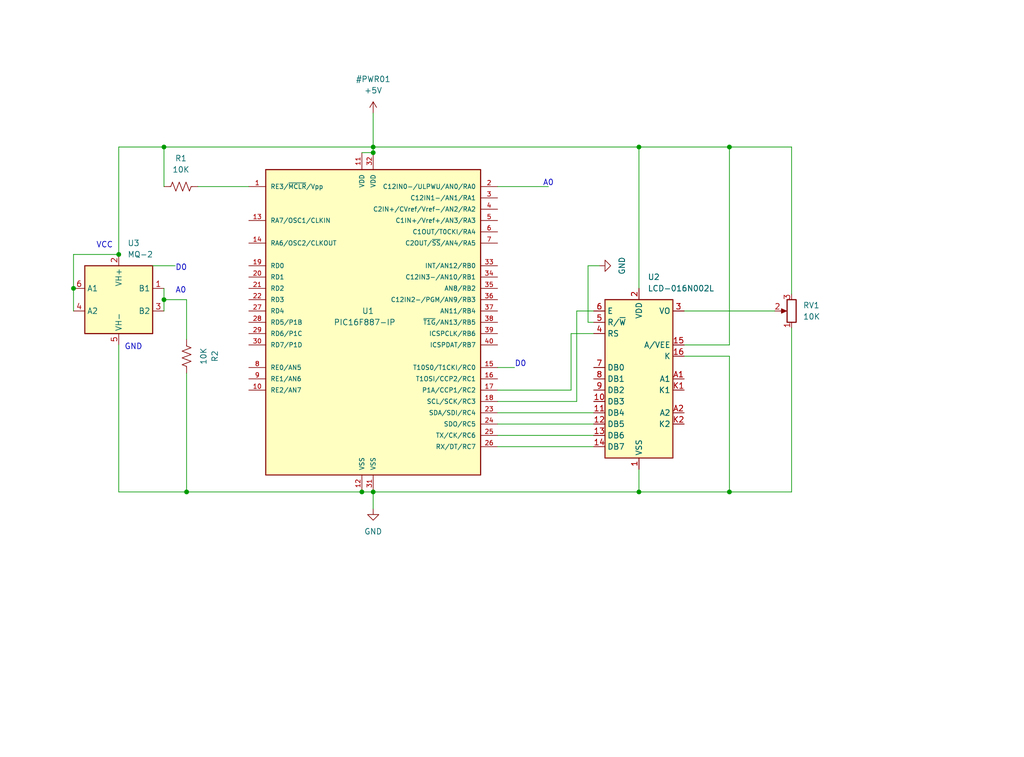
<source format=kicad_sch>
(kicad_sch (version 20230121) (generator eeschema)
  (paper "User" 229.997 170.002)
  (title_block (title "PIC16F887 with MQ-2 GAS SENSOR  and LCD16x2") (company "Ricardo Lima Caratti"))
  (lib_symbols
    (symbol "Device:R_Potentiometer" (pin_names (offset 1.016) hide)
      (property "Reference" "RV" (at -4.445 0 90))
      (property "Value" "R_Potentiometer" (at -2.54 0 90))
      (symbol "R_Potentiometer_0_1"
        (polyline (pts (xy 2.54 0) (xy 1.524 0)))
        (polyline (pts (xy 1.143 0) (xy 2.286 0.508) (xy 2.286 -0.508) (xy 1.143 0)) (fill (type outline)))
        (rectangle (start 1.016 2.54) (end -1.016 -2.54) (stroke (width 0.254)))
      )
      (symbol "R_Potentiometer_1_1"
        (pin passive line (at 0 3.81 270) (length 1.27) (name "1") (number "1"))
        (pin passive line (at 3.81 0 180) (length 1.27) (name "2") (number "2"))
        (pin passive line (at 0 -3.81 90) (length 1.27) (name "3") (number "3"))
      )
    )
    (symbol "Device:R_US" (pin_numbers hide) (pin_names (offset 0))
      (property "Reference" "R" (at 2.54 0 90))
      (property "Value" "R_US" (at -2.54 0 90))
      (symbol "R_US_0_1"
        (polyline (pts (xy 0 -2.286) (xy 0 -2.54)))
        (polyline (pts (xy 0 2.286) (xy 0 2.54)))
        (polyline (pts (xy 0 -0.762) (xy 1.016 -1.143) (xy 0 -1.524) (xy -1.016 -1.905) (xy 0 -2.286)))
        (polyline (pts (xy 0 0.762) (xy 1.016 0.381) (xy 0 0) (xy -1.016 -0.381) (xy 0 -0.762)))
        (polyline (pts (xy 0 2.286) (xy 1.016 1.905) (xy 0 1.524) (xy -1.016 1.143) (xy 0 0.762)))
      )
      (symbol "R_US_1_1"
        (pin passive line (at 0 3.81 270) (length 1.27) (name "~") (number "1"))
        (pin passive line (at 0 -3.81 90) (length 1.27) (name "~") (number "2"))
      )
    )
    (symbol "Display_Character:LCD-016N002L"
      (property "Reference" "U" (at -6.35 18.796 0))
      (property "Value" "LCD-016N002L" (at 8.636 18.796 0))
      (symbol "LCD-016N002L_1_1"
        (rectangle (start -7.62 17.78) (end 7.62 -17.78) (stroke (width 0.254)) (fill (type background)))
        (pin power_in line (at 0 -20.32 90) (length 2.54) (name "VSS") (number "1"))
        (pin bidirectional line (at -10.16 -5.08 0) (length 2.54) (name "DB3") (number "10"))
        (pin bidirectional line (at -10.16 -7.62 0) (length 2.54) (name "DB4") (number "11"))
        (pin bidirectional line (at -10.16 -10.16 0) (length 2.54) (name "DB5") (number "12"))
        (pin bidirectional line (at -10.16 -12.7 0) (length 2.54) (name "DB6") (number "13"))
        (pin bidirectional line (at -10.16 -15.24 0) (length 2.54) (name "DB7") (number "14"))
        (pin power_in line (at 10.16 7.62 180) (length 2.54) (name "A/VEE") (number "15"))
        (pin power_in line (at 10.16 5.08 180) (length 2.54) (name "K") (number "16"))
        (pin power_in line (at 0 20.32 270) (length 2.54) (name "VDD") (number "2"))
        (pin input line (at 10.16 15.24 180) (length 2.54) (name "VO") (number "3"))
        (pin input line (at -10.16 10.16 0) (length 2.54) (name "RS") (number "4"))
        (pin input line (at -10.16 12.7 0) (length 2.54) (name "R/~{W}") (number "5"))
        (pin input line (at -10.16 15.24 0) (length 2.54) (name "E") (number "6"))
        (pin bidirectional line (at -10.16 2.54 0) (length 2.54) (name "DB0") (number "7"))
        (pin bidirectional line (at -10.16 0 0) (length 2.54) (name "DB1") (number "8"))
        (pin bidirectional line (at -10.16 -2.54 0) (length 2.54) (name "DB2") (number "9"))
        (pin power_in line (at 10.16 0 180) (length 2.54) (name "A1") (number "A1"))
        (pin power_in line (at 10.16 -7.62 180) (length 2.54) (name "A2") (number "A2"))
        (pin power_in line (at 10.16 -2.54 180) (length 2.54) (name "K1") (number "K1"))
        (pin power_in line (at 10.16 -10.16 180) (length 2.54) (name "K2") (number "K2"))
      )
    )
    (symbol "MCU_Microchip_PIC16:PIC16F887-IP" (pin_names (offset 1.016))
      (property "Reference" "U" (at 6.35 38.1 0))
      (property "Value" "PIC16F887-IP" (at 6.35 35.56 0))
      (symbol "PIC16F887-IP_0_1"
        (rectangle (start -24.13 -34.29) (end 24.13 34.29) (stroke (width 0.254)) (fill (type background)))
      )
      (symbol "PIC16F887-IP_1_1"
        (pin input line (at -27.94 30.48 0) (length 3.81) (name "RE3/~{MCLR}/Vpp") (number "1"))
        (pin bidirectional line (at -27.94 -15.24 0) (length 3.81) (name "RE2/AN7") (number "10"))
        (pin power_in line (at -2.54 38.1 270) (length 3.81) (name "VDD") (number "11"))
        (pin power_in line (at -2.54 -38.1 90) (length 3.81) (name "VSS") (number "12"))
        (pin bidirectional line (at -27.94 22.86 0) (length 3.81) (name "RA7/OSC1/CLKIN") (number "13"))
        (pin bidirectional line (at -27.94 17.78 0) (length 3.81) (name "RA6/OSC2/CLKOUT") (number "14"))
        (pin bidirectional line (at 27.94 -10.16 180) (length 3.81) (name "T10S0/T1CKI/RC0") (number "15"))
        (pin bidirectional line (at 27.94 -12.7 180) (length 3.81) (name "T1OSI/CCP2/RC1") (number "16"))
        (pin bidirectional line (at 27.94 -15.24 180) (length 3.81) (name "P1A/CCP1/RC2") (number "17"))
        (pin bidirectional line (at 27.94 -17.78 180) (length 3.81) (name "SCL/SCK/RC3") (number "18"))
        (pin bidirectional line (at -27.94 12.7 0) (length 3.81) (name "RD0") (number "19"))
        (pin bidirectional line (at 27.94 30.48 180) (length 3.81) (name "C12IN0-/ULPWU/AN0/RA0") (number "2"))
        (pin bidirectional line (at -27.94 10.16 0) (length 3.81) (name "RD1") (number "20"))
        (pin bidirectional line (at -27.94 7.62 0) (length 3.81) (name "RD2") (number "21"))
        (pin bidirectional line (at -27.94 5.08 0) (length 3.81) (name "RD3") (number "22"))
        (pin bidirectional line (at 27.94 -20.32 180) (length 3.81) (name "SDA/SDI/RC4") (number "23"))
        (pin bidirectional line (at 27.94 -22.86 180) (length 3.81) (name "SDO/RC5") (number "24"))
        (pin bidirectional line (at 27.94 -25.4 180) (length 3.81) (name "TX/CK/RC6") (number "25"))
        (pin bidirectional line (at 27.94 -27.94 180) (length 3.81) (name "RX/DT/RC7") (number "26"))
        (pin bidirectional line (at -27.94 2.54 0) (length 3.81) (name "RD4") (number "27"))
        (pin bidirectional line (at -27.94 0 0) (length 3.81) (name "RD5/P1B") (number "28"))
        (pin bidirectional line (at -27.94 -2.54 0) (length 3.81) (name "RD6/P1C") (number "29"))
        (pin bidirectional line (at 27.94 27.94 180) (length 3.81) (name "C12IN1-/AN1/RA1") (number "3"))
        (pin bidirectional line (at -27.94 -5.08 0) (length 3.81) (name "RD7/P1D") (number "30"))
        (pin power_in line (at 0 -38.1 90) (length 3.81) (name "VSS") (number "31"))
        (pin power_in line (at 0 38.1 270) (length 3.81) (name "VDD") (number "32"))
        (pin bidirectional line (at 27.94 12.7 180) (length 3.81) (name "INT/AN12/RB0") (number "33"))
        (pin bidirectional line (at 27.94 10.16 180) (length 3.81) (name "C12IN3-/AN10/RB1") (number "34"))
        (pin bidirectional line (at 27.94 7.62 180) (length 3.81) (name "AN8/RB2") (number "35"))
        (pin bidirectional line (at 27.94 5.08 180) (length 3.81) (name "C12IN2-/PGM/AN9/RB3") (number "36"))
        (pin bidirectional line (at 27.94 2.54 180) (length 3.81) (name "AN11/RB4") (number "37"))
        (pin bidirectional line (at 27.94 0 180) (length 3.81) (name "~{T1G}/AN13/RB5") (number "38"))
        (pin bidirectional line (at 27.94 -2.54 180) (length 3.81) (name "ICSPCLK/RB6") (number "39"))
        (pin bidirectional line (at 27.94 25.4 180) (length 3.81) (name "C2IN+/CVref/Vref-/AN2/RA2") (number "4"))
        (pin bidirectional line (at 27.94 -5.08 180) (length 3.81) (name "ICSPDAT/RB7") (number "40"))
        (pin bidirectional line (at 27.94 22.86 180) (length 3.81) (name "C1IN+/Vref+/AN3/RA3") (number "5"))
        (pin bidirectional line (at 27.94 20.32 180) (length 3.81) (name "C1OUT/T0CKI/RA4") (number "6"))
        (pin bidirectional line (at 27.94 17.78 180) (length 3.81) (name "C2OUT/~{SS}/AN4/RA5") (number "7"))
        (pin bidirectional line (at -27.94 -10.16 0) (length 3.81) (name "RE0/AN5") (number "8"))
        (pin bidirectional line (at -27.94 -12.7 0) (length 3.81) (name "RE1/AN6") (number "9"))
      )
    )
    (symbol "Sensor_Gas:MQ-6"
      (property "Reference" "U" (at -6.35 8.89 0))
      (property "Value" "MQ-6" (at 3.81 8.89 0))
      (symbol "MQ-6_0_1"
        (rectangle (start -7.62 7.62) (end 7.62 -7.62) (stroke (width 0.254)) (fill (type background)))
      )
      (symbol "MQ-6_1_1"
        (pin passive line (at 10.16 2.54 180) (length 2.54) (name "B1") (number "1"))
        (pin power_in line (at 0 10.16 270) (length 2.54) (name "VH+") (number "2"))
        (pin passive line (at 10.16 -2.54 180) (length 2.54) (name "B2") (number "3"))
        (pin passive line (at -10.16 -2.54 0) (length 2.54) (name "A2") (number "4"))
        (pin power_in line (at 0 -10.16 90) (length 2.54) (name "VH-") (number "5"))
        (pin passive line (at -10.16 2.54 0) (length 2.54) (name "A1") (number "6"))
      )
    )
    (symbol "power:+5V" (power) (pin_names (offset 0))
      (property "Value" "+5V" (at 0 3.556 0))
      (symbol "+5V_0_1"
        (polyline (pts (xy -0.762 1.27) (xy 0 2.54)))
        (polyline (pts (xy 0 0) (xy 0 2.54)))
        (polyline (pts (xy 0 2.54) (xy 0.762 1.27)))
      )
      (symbol "+5V_1_1"
        (pin power_in line (at 0 0 90) (length 0) hide (name "+5V") (number "1"))
      )
    )
    (symbol "power:GND" (power) (pin_names (offset 0))
      (property "Value" "GND" (at 0 -3.81 0))
      (symbol "GND_0_1"
        (polyline (pts (xy 0 0) (xy 0 -1.27) (xy 1.27 -1.27) (xy 0 -2.54) (xy -1.27 -1.27) (xy 0 -1.27)))
      )
      (symbol "GND_1_1"
        (pin power_in line (at 0 0 270) (length 0) hide (name "GND") (number "1"))
      )
    )
  )
  (junction (at 26.67 57.15))
  (junction (at 36.83 67.31))
  (junction (at 163.83 110.49))
  (junction (at 83.82 110.49))
  (junction (at 83.82 34.29))
  (junction (at 83.82 33.02))
  (junction (at 163.83 33.02))
  (junction (at 143.51 33.02))
  (junction (at 143.51 110.49))
  (junction (at 16.51 64.77))
  (junction (at 41.91 110.49))
  (junction (at 81.28 110.49))
  (junction (at 36.83 33.02))
  (wire (pts (xy 153.67 80.01) (xy 163.83 80.01)))
  (wire (pts (xy 111.76 95.25) (xy 133.35 95.25)))
  (wire (pts (xy 36.83 67.31) (xy 41.91 67.31)))
  (wire (pts (xy 36.83 67.31) (xy 36.83 69.85)))
  (wire (pts (xy 133.35 72.39) (xy 132.08 72.39)))
  (wire (pts (xy 163.83 110.49) (xy 177.8 110.49)))
  (wire (pts (xy 41.91 76.2) (xy 41.91 67.31)))
  (wire (pts (xy 111.76 90.17) (xy 129.54 90.17)))
  (wire (pts (xy 81.28 34.29) (xy 83.82 34.29)))
  (wire (pts (xy 163.83 33.02) (xy 163.83 77.47)))
  (wire (pts (xy 128.27 74.93) (xy 133.35 74.93)))
  (wire (pts (xy 36.83 33.02) (xy 83.82 33.02)))
  (wire (pts (xy 177.8 73.66) (xy 177.8 110.49)))
  (wire (pts (xy 26.67 77.47) (xy 26.67 110.49)))
  (wire (pts (xy 143.51 105.41) (xy 143.51 110.49)))
  (wire (pts (xy 143.51 64.77) (xy 143.51 33.02)))
  (wire (pts (xy 41.91 110.49) (xy 81.28 110.49)))
  (wire (pts (xy 111.76 92.71) (xy 133.35 92.71)))
  (wire (pts (xy 177.8 66.04) (xy 177.8 33.02)))
  (wire (pts (xy 83.82 33.02) (xy 83.82 34.29)))
  (wire (pts (xy 111.76 87.63) (xy 128.27 87.63)))
  (wire (pts (xy 34.29 59.69) (xy 39.37 59.69)))
  (wire (pts (xy 111.76 97.79) (xy 133.35 97.79)))
  (wire (pts (xy 163.83 80.01) (xy 163.83 110.49)))
  (wire (pts (xy 26.67 57.15) (xy 26.67 33.02)))
  (wire (pts (xy 132.08 59.69) (xy 134.62 59.69)))
  (wire (pts (xy 81.28 110.49) (xy 83.82 110.49)))
  (wire (pts (xy 111.76 82.55) (xy 115.57 82.55)))
  (wire (pts (xy 44.45 41.91) (xy 55.88 41.91)))
  (wire (pts (xy 83.82 110.49) (xy 83.82 114.3)))
  (wire (pts (xy 26.67 110.49) (xy 41.91 110.49)))
  (wire (pts (xy 111.76 41.91) (xy 123.19 41.91)))
  (wire (pts (xy 132.08 59.69) (xy 132.08 72.39)))
  (wire (pts (xy 128.27 87.63) (xy 128.27 74.93)))
  (wire (pts (xy 16.51 57.15) (xy 16.51 64.77)))
  (wire (pts (xy 41.91 83.82) (xy 41.91 110.49)))
  (wire (pts (xy 16.51 57.15) (xy 26.67 57.15)))
  (wire (pts (xy 153.67 77.47) (xy 163.83 77.47)))
  (wire (pts (xy 36.83 64.77) (xy 36.83 67.31)))
  (wire (pts (xy 143.51 33.02) (xy 163.83 33.02)))
  (wire (pts (xy 129.54 90.17) (xy 129.54 69.85)))
  (wire (pts (xy 16.51 64.77) (xy 16.51 69.85)))
  (wire (pts (xy 83.82 25.4) (xy 83.82 33.02)))
  (wire (pts (xy 111.76 100.33) (xy 133.35 100.33)))
  (wire (pts (xy 143.51 110.49) (xy 163.83 110.49)))
  (wire (pts (xy 26.67 33.02) (xy 36.83 33.02)))
  (wire (pts (xy 83.82 110.49) (xy 143.51 110.49)))
  (wire (pts (xy 153.67 69.85) (xy 173.99 69.85)))
  (wire (pts (xy 129.54 69.85) (xy 133.35 69.85)))
  (wire (pts (xy 163.83 33.02) (xy 177.8 33.02)))
  (wire (pts (xy 83.82 33.02) (xy 143.51 33.02)))
  (wire (pts (xy 36.83 41.91) (xy 36.83 33.02)))
  (text "A0" (at 121.92 41.91 0) (effects (font (size 1.27 1.27)) (justify left bottom)))
  (text "D0" (at 115.57 82.55 0) (effects (font (size 1.27 1.27)) (justify left bottom)))
  (text "D0" (at 39.37 60.96 0) (effects (font (size 1.27 1.27)) (justify left bottom)))
  (text "A0" (at 39.37 66.04 0) (effects (font (size 1.27 1.27)) (justify left bottom)))
  (text "VCC" (at 21.59 55.88 0) (effects (font (size 1.27 1.27)) (justify left bottom)))
  (text "GND" (at 27.94 78.74 0) (effects (font (size 1.27 1.27)) (justify left bottom)))
  (symbol (lib_id "Display_Character:LCD-016N002L") (at 143.51 85.09 0) (unit 1)
    (property "Reference" "U2" (at 145.4659 62.23 0) (effects (justify left)))
    (property "Value" "LCD-016N002L" (at 145.4659 64.77 0) (effects (justify left)))
    (property "Footprint" "Display:LCD-016N002L" (effects hide))
    (property "Datasheet" "http://www.vishay.com/docs/37299/37299.pdf" (effects hide))
  )
  (symbol (lib_id "Device:R_US") (at 40.64 41.91 90) (unit 1)
    (property "Reference" "R1" (at 40.64 35.56 90))
    (property "Value" "10K" (at 40.64 38.1 90))
  )
  (symbol (lib_id "Sensor_Gas:MQ-6") (at 26.67 67.31 0) (unit 1)
    (property "Reference" "U3" (at 28.6259 54.61 0) (effects (justify left)))
    (property "Value" "MQ-2" (at 28.6259 57.15 0) (effects (justify left)))
    (property "Footprint" "Sensor:MQ-6" (effects hide))
    (property "Datasheet" "https://www.winsen-sensor.com/d/files/semiconductor/mq-6.pdf" (effects hide))
  )
  (symbol (lib_id "power:GND") (at 83.82 114.3 0) (unit 1)
    (property "Reference" "#PWR03" (effects hide))
    (property "Value" "GND" (at 83.82 119.38 0))
  )
  (symbol (lib_id "MCU_Microchip_PIC16:PIC16F887-IP") (at 83.82 72.39 0) (unit 1)
    (property "Reference" "U1" (at 81.28 69.85 0) (effects (justify left)))
    (property "Value" "PIC16F887-IP" (at 74.93 72.39 0) (effects (justify left)))
    (property "Datasheet" "http://ww1.microchip.com/downloads/en/DeviceDoc/41291D.pdf" (effects hide))
  )
  (symbol (lib_id "power:+5V") (at 83.82 25.4 0) (unit 1)
    (property "Reference" "#PWR01" (at 83.82 17.78 0))
    (property "Value" "+5V" (at 83.82 20.32 0))
  )
  (symbol (lib_id "power:GND") (at 134.62 59.69 90) (unit 1)
    (property "Reference" "#PWR02" (effects hide))
    (property "Value" "GND" (at 139.7 59.69 0))
  )
  (symbol (lib_id "Device:R_Potentiometer") (at 177.8 69.85 180) (unit 1)
    (property "Reference" "RV1" (at 180.34 68.58 0) (effects (justify right)))
    (property "Value" "10K" (at 180.34 71.12 0) (effects (justify right)))
  )
  (symbol (lib_id "Device:R_US") (at 41.91 80.01 0) (unit 1)
    (property "Reference" "R2" (at 48.26 80.01 90))
    (property "Value" "10K" (at 45.72 80.01 90))
  )
)
</source>
